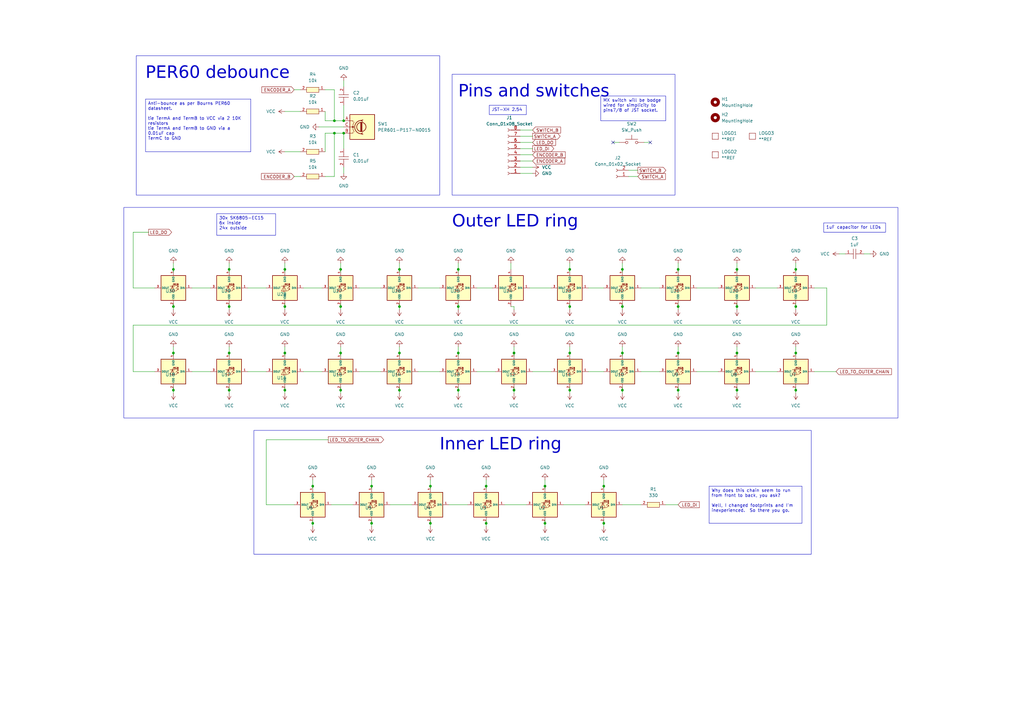
<source format=kicad_sch>
(kicad_sch (version 20230121) (generator eeschema)
  (paper "A3")
  (title_block (title "Ultrafalcon") (rev "v1.0") (company "Author: Crazymittens"))
  (lib_symbols
    (symbol "Connector:Conn_01x02_Socket" (pin_names (offset 1.016) hide)
      (property "Reference" "J" (at 0 2.54 0))
      (property "Value" "Conn_01x02_Socket" (at 0 -5.08 0))
      (symbol "Conn_01x02_Socket_1_1"
        (pin passive line (at -5.08 0 0) (length 3.81) (name "Pin_1") (number "1"))
        (pin passive line (at -5.08 -2.54 0) (length 3.81) (name "Pin_2") (number "2"))
      )
    )
    (symbol "Connector:Conn_01x08_Socket" (pin_names (offset 1.016) hide)
      (property "Reference" "J" (at 0 10.16 0))
      (property "Value" "Conn_01x08_Socket" (at 0 -12.7 0))
      (symbol "Conn_01x08_Socket_1_1"
        (pin passive line (at -5.08 7.62 0) (length 3.81) (name "Pin_1") (number "1"))
        (pin passive line (at -5.08 5.08 0) (length 3.81) (name "Pin_2") (number "2"))
        (pin passive line (at -5.08 2.54 0) (length 3.81) (name "Pin_3") (number "3"))
        (pin passive line (at -5.08 0 0) (length 3.81) (name "Pin_4") (number "4"))
        (pin passive line (at -5.08 -2.54 0) (length 3.81) (name "Pin_5") (number "5"))
        (pin passive line (at -5.08 -5.08 0) (length 3.81) (name "Pin_6") (number "6"))
        (pin passive line (at -5.08 -7.62 0) (length 3.81) (name "Pin_7") (number "7"))
        (pin passive line (at -5.08 -10.16 0) (length 3.81) (name "Pin_8") (number "8"))
      )
    )
    (symbol "Device:RotaryEncoder" (pin_names (offset 0.254) hide)
      (property "Reference" "SW" (at 0 6.604 0))
      (property "Value" "RotaryEncoder" (at 0 -6.604 0))
      (symbol "RotaryEncoder_1_1"
        (pin passive line (at -7.62 2.54 0) (length 2.54) (name "A") (number "A"))
        (pin passive line (at -7.62 -2.54 0) (length 2.54) (name "B") (number "B"))
        (pin passive line (at -7.62 0 0) (length 2.54) (name "C") (number "C"))
      )
    )
    (symbol "Mechanical:MountingHole" (pin_names (offset 1.016))
      (property "Reference" "H" (at 0 5.08 0))
      (property "Value" "MountingHole" (at 0 3.175 0))
    )
    (symbol "Switch:SW_Push" (pin_numbers hide) (pin_names (offset 1.016) hide)
      (property "Reference" "SW" (at 1.27 2.54 0))
      (property "Value" "SW_Push" (at 0 -1.524 0))
      (symbol "SW_Push_0_1"
        (pin passive line (at -5.08 0 0) (length 2.54) (name "1") (number "1"))
        (pin passive line (at 5.08 0 180) (length 2.54) (name "2") (number "2"))
      )
    )
    (symbol "ct-kicad:0603WAF3300T5E" (pin_names hide)
      (property "Reference" "R" (at 0 1.27 0))
      (property "Value" "0603WAF3300T5E" (at 0 -2.54 0))
      (symbol "0603WAF3300T5E_0_1"
        (pin input line (at -5.08 0 0) (length 2.54) (name "1") (number "1"))
        (pin input line (at 5.08 0 180) (length 2.54) (name "2") (number "2"))
      )
    )
    (symbol "ct-kicad:CL05B104KO5NNNC" (pin_names hide)
      (property "Reference" "C" (at 0 1.27 0))
      (property "Value" "CL05B104KO5NNNC" (at 0 -2.54 0))
      (symbol "CL05B104KO5NNNC_0_1"
        (pin input line (at -3.81 0 0) (length 2.54) (name "1") (number "1"))
        (pin input line (at 3.81 0 180) (length 2.54) (name "2") (number "2"))
      )
    )
    (symbol "ct-kicad:SK6805-EC15" (pin_names (offset 0.254))
      (property "Reference" "D3" (at 14.605 5.08 0))
      (property "Value" "SK6805-EC15" (at 0.635 11.43 0))
      (symbol "SK6805-EC15_0_0"
        (text "RGB" (at -1.016 -1.397 0) (effects (font (size 0.762 0.762))))
      )
      (symbol "SK6805-EC15_1_1"
        (pin input line (at -7.62 0 0) (length 2.54) (name "DIN") (number "1"))
        (pin power_in line (at 0 7.62 270) (length 2.54) (name "VDD") (number "2"))
        (pin output line (at 7.62 0 180) (length 2.54) (name "DOUT") (number "3"))
        (pin power_in line (at 0 -7.62 90) (length 2.54) (name "GND") (number "4"))
      )
    )
    (symbol "ct-kicad:awesome-logo" (in_bom no)
      (property "Reference" "LOGO" (at 0 0 0))
      (property "Value" "**REF" (at 0 0 0))
    )
    (symbol "ct-kicad:pcbway-logo" (in_bom no)
      (property "Reference" "LOGO" (at 0 0 0))
      (property "Value" "**REF" (at 0 0 0))
    )
    (symbol "ct-kicad:ultrafalcon-qr" (in_bom no)
      (property "Reference" "LOGO" (at 0 0 0))
      (property "Value" "**REF" (at 0 0 0))
    )
    (symbol "power:GND" (power) (pin_names (offset 0))
      (property "Value" "GND" (at 0 -3.81 0))
      (symbol "GND_1_1"
        (pin power_in line (at 0 0 270) (length 0) hide (name "GND") (number "1"))
      )
    )
    (symbol "power:VCC" (power) (pin_names (offset 0))
      (property "Value" "VCC" (at 0 3.81 0))
      (symbol "VCC_1_1"
        (pin power_in line (at 0 0 90) (length 0) hide (name "VCC") (number "1"))
      )
    )
  )
  (junction (at 152.4 199.39))
  (junction (at 199.39 214.63))
  (junction (at 255.27 160.02))
  (junction (at 116.84 144.78))
  (junction (at 233.68 144.78))
  (junction (at 71.12 144.78))
  (junction (at 187.96 144.78))
  (junction (at 93.98 110.49))
  (junction (at 71.12 125.73))
  (junction (at 302.26 144.78))
  (junction (at 139.7 110.49))
  (junction (at 326.39 144.78))
  (junction (at 139.7 144.78))
  (junction (at 278.13 110.49))
  (junction (at 187.96 110.49))
  (junction (at 163.83 110.49))
  (junction (at 302.26 110.49))
  (junction (at 278.13 125.73))
  (junction (at 139.7 160.02))
  (junction (at 163.83 160.02))
  (junction (at 152.4 214.63))
  (junction (at 199.39 199.39))
  (junction (at 255.27 110.49))
  (junction (at 223.52 214.63))
  (junction (at 128.27 199.39))
  (junction (at 71.12 110.49))
  (junction (at 278.13 160.02))
  (junction (at 302.26 160.02))
  (junction (at 187.96 125.73))
  (junction (at 128.27 214.63))
  (junction (at 116.84 125.73))
  (junction (at 116.84 160.02))
  (junction (at 116.84 110.49))
  (junction (at 176.53 199.39))
  (junction (at 176.53 214.63))
  (junction (at 139.7 125.73))
  (junction (at 137.16 49.53))
  (junction (at 326.39 160.02))
  (junction (at 255.27 144.78))
  (junction (at 71.12 160.02))
  (junction (at 93.98 125.73))
  (junction (at 233.68 160.02))
  (junction (at 233.68 125.73))
  (junction (at 93.98 144.78))
  (junction (at 247.65 199.39))
  (junction (at 163.83 144.78))
  (junction (at 326.39 110.49))
  (junction (at 278.13 144.78))
  (junction (at 223.52 199.39))
  (junction (at 187.96 160.02))
  (junction (at 302.26 125.73))
  (junction (at 140.97 49.53))
  (junction (at 255.27 125.73))
  (junction (at 163.83 125.73))
  (junction (at 140.97 54.61))
  (junction (at 326.39 125.73))
  (junction (at 210.82 144.78))
  (junction (at 210.82 160.02))
  (junction (at 137.16 54.61))
  (junction (at 93.98 160.02))
  (junction (at 247.65 214.63))
  (junction (at 233.68 110.49))
  (no_connect (at 251.46 58.42))
  (no_connect (at 266.7 58.42))
  (wire (pts (xy 133.35 36.83) (xy 137.16 36.83)))
  (wire (pts (xy 187.96 125.73) (xy 187.96 127)))
  (wire (pts (xy 93.98 144.78) (xy 93.98 146.05)))
  (wire (pts (xy 137.16 54.61) (xy 140.97 54.61)))
  (wire (pts (xy 247.65 196.85) (xy 247.65 199.39)))
  (wire (pts (xy 223.52 214.63) (xy 223.52 215.9)))
  (wire (pts (xy 210.82 158.75) (xy 210.82 160.02)))
  (wire (pts (xy 54.61 118.11) (xy 63.5 118.11)))
  (wire (pts (xy 326.39 125.73) (xy 326.39 127)))
  (wire (pts (xy 278.13 125.73) (xy 278.13 127)))
  (wire (pts (xy 133.35 49.53) (xy 137.16 49.53)))
  (wire (pts (xy 139.7 110.49) (xy 139.7 111.76)))
  (wire (pts (xy 152.4 213.36) (xy 152.4 214.63)))
  (wire (pts (xy 285.75 118.11) (xy 294.64 118.11)))
  (wire (pts (xy 71.12 142.24) (xy 71.12 144.78)))
  (wire (pts (xy 273.05 207.01) (xy 278.13 207.01)))
  (wire (pts (xy 60.96 95.25) (xy 54.61 95.25)))
  (wire (pts (xy 251.46 58.42) (xy 254 58.42)))
  (wire (pts (xy 116.84 142.24) (xy 116.84 144.78)))
  (wire (pts (xy 109.22 180.34) (xy 134.62 180.34)))
  (wire (pts (xy 93.98 158.75) (xy 93.98 160.02)))
  (wire (pts (xy 302.26 107.95) (xy 302.26 110.49)))
  (wire (pts (xy 139.7 107.95) (xy 139.7 110.49)))
  (wire (pts (xy 124.46 118.11) (xy 132.08 118.11)))
  (wire (pts (xy 255.27 124.46) (xy 255.27 125.73)))
  (wire (pts (xy 93.98 142.24) (xy 93.98 144.78)))
  (wire (pts (xy 116.84 160.02) (xy 116.84 161.29)))
  (wire (pts (xy 116.84 62.23) (xy 123.19 62.23)))
  (wire (pts (xy 163.83 107.95) (xy 163.83 110.49)))
  (wire (pts (xy 71.12 144.78) (xy 71.12 146.05)))
  (wire (pts (xy 278.13 124.46) (xy 278.13 125.73)))
  (wire (pts (xy 187.96 142.24) (xy 187.96 144.78)))
  (wire (pts (xy 163.83 124.46) (xy 163.83 125.73)))
  (wire (pts (xy 210.82 142.24) (xy 210.82 144.78)))
  (wire (pts (xy 163.83 144.78) (xy 163.83 146.05)))
  (wire (pts (xy 241.3 152.4) (xy 247.65 152.4)))
  (wire (pts (xy 309.88 118.11) (xy 318.77 118.11)))
  (wire (pts (xy 241.3 118.11) (xy 247.65 118.11)))
  (wire (pts (xy 339.09 118.11) (xy 339.09 133.35)))
  (wire (pts (xy 130.81 52.07) (xy 140.97 52.07)))
  (wire (pts (xy 334.01 152.4) (xy 342.9 152.4)))
  (wire (pts (xy 139.7 125.73) (xy 139.7 127)))
  (wire (pts (xy 163.83 160.02) (xy 163.83 161.29)))
  (wire (pts (xy 116.84 107.95) (xy 116.84 110.49)))
  (wire (pts (xy 195.58 152.4) (xy 203.2 152.4)))
  (wire (pts (xy 187.96 110.49) (xy 187.96 111.76)))
  (wire (pts (xy 233.68 125.73) (xy 233.68 127)))
  (wire (pts (xy 326.39 142.24) (xy 326.39 144.78)))
  (wire (pts (xy 278.13 110.49) (xy 278.13 111.76)))
  (wire (pts (xy 326.39 158.75) (xy 326.39 160.02)))
  (wire (pts (xy 302.26 124.46) (xy 302.26 125.73)))
  (wire (pts (xy 187.96 107.95) (xy 187.96 110.49)))
  (wire (pts (xy 120.65 72.39) (xy 123.19 72.39)))
  (wire (pts (xy 326.39 124.46) (xy 326.39 125.73)))
  (wire (pts (xy 223.52 199.39) (xy 223.52 200.66)))
  (wire (pts (xy 213.36 66.04) (xy 218.44 66.04)))
  (wire (pts (xy 147.32 118.11) (xy 156.21 118.11)))
  (wire (pts (xy 213.36 60.96) (xy 218.44 60.96)))
  (wire (pts (xy 128.27 199.39) (xy 128.27 200.66)))
  (wire (pts (xy 152.4 199.39) (xy 152.4 200.66)))
  (wire (pts (xy 218.44 152.4) (xy 226.06 152.4)))
  (wire (pts (xy 93.98 160.02) (xy 93.98 161.29)))
  (wire (pts (xy 354.33 104.14) (xy 356.87 104.14)))
  (wire (pts (xy 116.84 45.72) (xy 123.19 45.72)))
  (wire (pts (xy 262.89 152.4) (xy 270.51 152.4)))
  (wire (pts (xy 262.89 118.11) (xy 270.51 118.11)))
  (wire (pts (xy 133.35 45.72) (xy 133.35 49.53)))
  (wire (pts (xy 163.83 158.75) (xy 163.83 160.02)))
  (wire (pts (xy 213.36 68.58) (xy 218.44 68.58)))
  (wire (pts (xy 124.46 152.4) (xy 132.08 152.4)))
  (wire (pts (xy 176.53 213.36) (xy 176.53 214.63)))
  (wire (pts (xy 54.61 95.25) (xy 54.61 118.11)))
  (wire (pts (xy 101.6 152.4) (xy 109.22 152.4)))
  (wire (pts (xy 176.53 214.63) (xy 176.53 215.9)))
  (wire (pts (xy 326.39 144.78) (xy 326.39 146.05)))
  (wire (pts (xy 139.7 144.78) (xy 139.7 146.05)))
  (wire (pts (xy 223.52 196.85) (xy 223.52 199.39)))
  (wire (pts (xy 139.7 158.75) (xy 139.7 160.02)))
  (wire (pts (xy 152.4 196.85) (xy 152.4 199.39)))
  (wire (pts (xy 78.74 118.11) (xy 86.36 118.11)))
  (wire (pts (xy 247.65 213.36) (xy 247.65 214.63)))
  (wire (pts (xy 187.96 124.46) (xy 187.96 125.73)))
  (wire (pts (xy 176.53 199.39) (xy 176.53 200.66)))
  (wire (pts (xy 264.16 58.42) (xy 266.7 58.42)))
  (wire (pts (xy 93.98 124.46) (xy 93.98 125.73)))
  (wire (pts (xy 207.01 207.01) (xy 215.9 207.01)))
  (wire (pts (xy 128.27 196.85) (xy 128.27 199.39)))
  (wire (pts (xy 302.26 125.73) (xy 302.26 127)))
  (wire (pts (xy 302.26 144.78) (xy 302.26 146.05)))
  (wire (pts (xy 128.27 213.36) (xy 128.27 214.63)))
  (wire (pts (xy 326.39 107.95) (xy 326.39 110.49)))
  (wire (pts (xy 71.12 124.46) (xy 71.12 125.73)))
  (wire (pts (xy 209.55 107.95) (xy 209.55 110.49)))
  (wire (pts (xy 140.97 54.61) (xy 140.97 60.96)))
  (wire (pts (xy 109.22 207.01) (xy 120.65 207.01)))
  (wire (pts (xy 210.82 160.02) (xy 210.82 161.29)))
  (wire (pts (xy 231.14 207.01) (xy 240.03 207.01)))
  (wire (pts (xy 139.7 160.02) (xy 139.7 161.29)))
  (wire (pts (xy 247.65 199.39) (xy 247.65 200.66)))
  (wire (pts (xy 309.88 152.4) (xy 318.77 152.4)))
  (wire (pts (xy 278.13 142.24) (xy 278.13 144.78)))
  (wire (pts (xy 334.01 118.11) (xy 339.09 118.11)))
  (wire (pts (xy 339.09 133.35) (xy 54.61 133.35)))
  (wire (pts (xy 210.82 125.73) (xy 210.82 127)))
  (wire (pts (xy 302.26 142.24) (xy 302.26 144.78)))
  (wire (pts (xy 101.6 118.11) (xy 109.22 118.11)))
  (wire (pts (xy 116.84 158.75) (xy 116.84 160.02)))
  (wire (pts (xy 213.36 55.88) (xy 218.44 55.88)))
  (wire (pts (xy 255.27 107.95) (xy 255.27 110.49)))
  (wire (pts (xy 326.39 160.02) (xy 326.39 161.29)))
  (wire (pts (xy 71.12 110.49) (xy 71.12 111.76)))
  (wire (pts (xy 233.68 107.95) (xy 233.68 110.49)))
  (wire (pts (xy 133.35 54.61) (xy 137.16 54.61)))
  (wire (pts (xy 223.52 213.36) (xy 223.52 214.63)))
  (wire (pts (xy 233.68 158.75) (xy 233.68 160.02)))
  (wire (pts (xy 93.98 107.95) (xy 93.98 110.49)))
  (wire (pts (xy 233.68 124.46) (xy 233.68 125.73)))
  (wire (pts (xy 163.83 125.73) (xy 163.83 127)))
  (wire (pts (xy 71.12 125.73) (xy 71.12 127)))
  (wire (pts (xy 255.27 207.01) (xy 262.89 207.01)))
  (wire (pts (xy 255.27 158.75) (xy 255.27 160.02)))
  (wire (pts (xy 233.68 142.24) (xy 233.68 144.78)))
  (wire (pts (xy 199.39 213.36) (xy 199.39 214.63)))
  (wire (pts (xy 213.36 58.42) (xy 218.44 58.42)))
  (wire (pts (xy 278.13 144.78) (xy 278.13 146.05)))
  (wire (pts (xy 344.17 104.14) (xy 346.71 104.14)))
  (wire (pts (xy 133.35 62.23) (xy 133.35 54.61)))
  (wire (pts (xy 133.35 72.39) (xy 137.16 72.39)))
  (wire (pts (xy 116.84 125.73) (xy 116.84 127)))
  (wire (pts (xy 187.96 158.75) (xy 187.96 160.02)))
  (wire (pts (xy 217.17 118.11) (xy 226.06 118.11)))
  (wire (pts (xy 140.97 43.18) (xy 140.97 49.53)))
  (wire (pts (xy 255.27 142.24) (xy 255.27 144.78)))
  (wire (pts (xy 137.16 49.53) (xy 140.97 49.53)))
  (wire (pts (xy 109.22 180.34) (xy 109.22 207.01)))
  (wire (pts (xy 140.97 68.58) (xy 140.97 71.12)))
  (wire (pts (xy 93.98 125.73) (xy 93.98 127)))
  (wire (pts (xy 257.81 69.85) (xy 261.62 69.85)))
  (wire (pts (xy 233.68 110.49) (xy 233.68 111.76)))
  (wire (pts (xy 139.7 124.46) (xy 139.7 125.73)))
  (wire (pts (xy 255.27 160.02) (xy 255.27 161.29)))
  (wire (pts (xy 213.36 71.12) (xy 218.44 71.12)))
  (wire (pts (xy 71.12 107.95) (xy 71.12 110.49)))
  (wire (pts (xy 171.45 118.11) (xy 180.34 118.11)))
  (wire (pts (xy 187.96 160.02) (xy 187.96 161.29)))
  (wire (pts (xy 152.4 214.63) (xy 152.4 215.9)))
  (wire (pts (xy 213.36 63.5) (xy 218.44 63.5)))
  (wire (pts (xy 278.13 107.95) (xy 278.13 110.49)))
  (wire (pts (xy 233.68 144.78) (xy 233.68 146.05)))
  (wire (pts (xy 247.65 214.63) (xy 247.65 215.9)))
  (wire (pts (xy 184.15 207.01) (xy 191.77 207.01)))
  (wire (pts (xy 176.53 196.85) (xy 176.53 199.39)))
  (wire (pts (xy 233.68 160.02) (xy 233.68 161.29)))
  (wire (pts (xy 160.02 207.01) (xy 168.91 207.01)))
  (wire (pts (xy 210.82 144.78) (xy 210.82 146.05)))
  (wire (pts (xy 147.32 152.4) (xy 156.21 152.4)))
  (wire (pts (xy 137.16 36.83) (xy 137.16 49.53)))
  (wire (pts (xy 255.27 110.49) (xy 255.27 111.76)))
  (wire (pts (xy 140.97 33.02) (xy 140.97 35.56)))
  (wire (pts (xy 302.26 158.75) (xy 302.26 160.02)))
  (wire (pts (xy 209.55 125.73) (xy 210.82 125.73)))
  (wire (pts (xy 135.89 207.01) (xy 144.78 207.01)))
  (wire (pts (xy 78.74 152.4) (xy 86.36 152.4)))
  (wire (pts (xy 278.13 160.02) (xy 278.13 161.29)))
  (wire (pts (xy 128.27 214.63) (xy 128.27 215.9)))
  (wire (pts (xy 163.83 110.49) (xy 163.83 111.76)))
  (wire (pts (xy 163.83 142.24) (xy 163.83 144.78)))
  (wire (pts (xy 171.45 152.4) (xy 180.34 152.4)))
  (wire (pts (xy 116.84 124.46) (xy 116.84 125.73)))
  (wire (pts (xy 278.13 158.75) (xy 278.13 160.02)))
  (wire (pts (xy 120.65 36.83) (xy 123.19 36.83)))
  (wire (pts (xy 302.26 110.49) (xy 302.26 111.76)))
  (wire (pts (xy 255.27 125.73) (xy 255.27 127)))
  (wire (pts (xy 257.81 72.39) (xy 261.62 72.39)))
  (wire (pts (xy 199.39 214.63) (xy 199.39 215.9)))
  (wire (pts (xy 71.12 160.02) (xy 71.12 161.29)))
  (wire (pts (xy 285.75 152.4) (xy 294.64 152.4)))
  (wire (pts (xy 139.7 142.24) (xy 139.7 144.78)))
  (wire (pts (xy 137.16 72.39) (xy 137.16 54.61)))
  (wire (pts (xy 213.36 53.34) (xy 218.44 53.34)))
  (wire (pts (xy 54.61 152.4) (xy 63.5 152.4)))
  (wire (pts (xy 326.39 110.49) (xy 326.39 111.76)))
  (wire (pts (xy 187.96 144.78) (xy 187.96 146.05)))
  (wire (pts (xy 116.84 110.49) (xy 116.84 111.76)))
  (wire (pts (xy 302.26 160.02) (xy 302.26 161.29)))
  (wire (pts (xy 199.39 196.85) (xy 199.39 199.39)))
  (wire (pts (xy 71.12 158.75) (xy 71.12 160.02)))
  (wire (pts (xy 255.27 144.78) (xy 255.27 146.05)))
  (wire (pts (xy 116.84 144.78) (xy 116.84 146.05)))
  (wire (pts (xy 195.58 118.11) (xy 201.93 118.11)))
  (wire (pts (xy 199.39 199.39) (xy 199.39 200.66)))
  (wire (pts (xy 93.98 110.49) (xy 93.98 111.76)))
  (wire (pts (xy 54.61 133.35) (xy 54.61 152.4)))
  (rectangle (start 55.88 22.86) (end 180.34 80.01))
  (rectangle (start 50.8 85.09) (end 368.3 171.45))
  (rectangle (start 185.42 30.48) (end 276.86 80.01))
  (rectangle (start 104.14 176.53) (end 332.74 227.33))
  (text_box "1uF capacitor for LEDs" (at 337.82 91.44 0) (size 25.4 3.81) (effects (font (size 1.27 1.27)) (justify left top)))
  (text_box "Anti-bounce as per Bourns PER60 datasheet.\n\ntie TermA and TermB to VCC via 2 10K resistors\ntie TermA and TermB to GND via a 0.01uF cap\nTermC to GND\n" (at 59.69 40.64 0) (size 43.18 21.59) (effects (font (size 1.27 1.27)) (justify left top)))
  (text_box "MX switch will be bodge wired for simplicity to pins7/8 of JST socket." (at 246.38 39.37 0) (size 26.67 10.16) (effects (font (size 1.27 1.27)) (justify left top)))
  (text_box "Why does this chain seem to run from front to back, you ask?\n\nWell, I changed footprints and I'm inexperienced.  So there you go." (at 290.83 199.39 0) (size 38.1 15.24) (effects (font (size 1.27 1.27)) (justify left top)))
  (text_box "30x SK6805-EC15\n6x inside\n24x outside" (at 88.9 87.63 0) (size 24.13 8.89) (effects (font (size 1.27 1.27)) (justify left top)))
  (text_box "JST-XH 2.54" (at 200.66 43.18 0) (size 15.24 3.81) (effects (font (size 1.27 1.27)) (justify left top)))
  (text "Inner LED ring" (at 180.34 186.69 0) (effects (font (size 5 5)) (justify left bottom)))
  (text "Pins and switches" (at 187.96 41.91 0) (effects (font (size 5 5)) (justify left bottom)))
  (text "PER60 debounce" (at 59.69 34.29 0) (effects (font (size 5 5)) (justify left bottom)))
  (text "Outer LED ring" (at 185.42 95.25 0) (effects (font (size 5 5)) (justify left bottom)))
  (global_label "LED_DI" (shape output) (at 218.44 60.96 0) (property "Intersheetrefs" "${INTERSHEET_REFS}" (effects hide)))
  (global_label "ENCODER_B" (shape input) (at 218.44 63.5 0) (property "Intersheetrefs" "${INTERSHEET_REFS}" (effects hide)))
  (global_label "SWITCH_A" (shape input) (at 261.62 72.39 0) (property "Intersheetrefs" "${INTERSHEET_REFS}" (effects hide)))
  (global_label "ENCODER_B" (shape input) (at 120.65 72.39 180) (property "Intersheetrefs" "${INTERSHEET_REFS}" (effects hide)))
  (global_label "SWITCH_A" (shape output) (at 218.44 55.88 0) (property "Intersheetrefs" "${INTERSHEET_REFS}" (effects hide)))
  (global_label "LED_DI" (shape input) (at 278.13 207.01 0) (property "Intersheetrefs" "${INTERSHEET_REFS}" (effects hide)))
  (global_label "SWITCH_B" (shape output) (at 261.62 69.85 0) (property "Intersheetrefs" "${INTERSHEET_REFS}" (effects hide)))
  (global_label "ENCODER_A" (shape input) (at 218.44 66.04 0) (property "Intersheetrefs" "${INTERSHEET_REFS}" (effects hide)))
  (global_label "SWITCH_B" (shape input) (at 218.44 53.34 0) (property "Intersheetrefs" "${INTERSHEET_REFS}" (effects hide)))
  (global_label "LED_TO_OUTER_CHAIN" (shape input) (at 342.9 152.4 0) (property "Intersheetrefs" "${INTERSHEET_REFS}" (effects hide)))
  (global_label "LED_DO" (shape output) (at 60.96 95.25 0) (property "Intersheetrefs" "${INTERSHEET_REFS}" (effects hide)))
  (global_label "LED_DO" (shape input) (at 218.44 58.42 0) (property "Intersheetrefs" "${INTERSHEET_REFS}" (effects hide)))
  (global_label "ENCODER_A" (shape input) (at 120.65 36.83 180) (property "Intersheetrefs" "${INTERSHEET_REFS}" (effects hide)))
  (global_label "LED_TO_OUTER_CHAIN" (shape output) (at 134.62 180.34 0) (property "Intersheetrefs" "${INTERSHEET_REFS}" (effects hide)))
  (symbol (lib_id "power:VCC") (at 139.7 161.29 180) (unit 1)
    (property "Reference" "#PWR053" (effects hide))
    (property "Value" "VCC" (at 139.7 166.37 0))
  )
  (symbol (lib_id "Device:RotaryEncoder") (at 148.59 52.07 0) (unit 1)
    (property "Reference" "SW1" (at 154.94 50.8 0) (effects (justify left)))
    (property "Value" "PER601-P117-N0015" (at 154.94 53.34 0) (effects (justify left)))
    (property "Footprint" "ct-kicad:PER60" (effects hide))
  )
  (symbol (lib_id "Mechanical:MountingHole") (at 293.37 48.26 0) (unit 1) (in_bom no)
    (property "Reference" "H2" (at 295.91 46.99 0) (effects (justify left)))
    (property "Value" "MountingHole" (at 295.91 49.53 0) (effects (justify left)))
    (property "Footprint" "MountingHole:MountingHole_3.2mm_M3_Pad_Via" (effects hide))
  )
  (symbol (lib_id "ct-kicad:SK6805-EC15") (at 326.39 118.11 180) (unit 1)
    (property "Reference" "U19" (at 325.12 119.38 0))
    (property "Value" "SK6805-EC15" (effects hide))
    (property "Footprint" "ct-kicad:LED_dilemma_SK6805-EC15_1.5x1.5mm_P0.6mm_handsolder" (effects hide))
    (property "Datasheet" "https://datasheet.lcsc.com/lcsc/2108251530_OPSCO-Optoelectronics-SK6805-EC15_C2890035.pdf" (effects hide))
    (property "LCSC" "C2890035" (effects hide))
    (property "MFN" "Dongguan Opsco Optoelectronics" (effects hide))
    (property "MPN" "SK6805-EC15" (effects hide))
    (property "PKG" "SK6805-EC15" (effects hide))
  )
  (symbol (lib_id "ct-kicad:0603WAF3300T5E") (at 128.27 45.72 180) (unit 1)
    (property "Reference" "R2" (at 128.27 39.37 0))
    (property "Value" "10k" (at 128.27 41.91 0))
    (property "Footprint" "ct-kicad:R0603" (effects hide))
    (property "Datasheet" "https://www.mouser.in/datasheet/2/447/PYu_RT_1_to_0_01_RoHS_L_11-1669912.pdf" (effects hide))
    (property "LCSC" "C23138" (effects hide))
  )
  (symbol (lib_id "power:GND") (at 187.96 142.24 180) (unit 1)
    (property "Reference" "#PWR056" (effects hide))
    (property "Value" "GND" (at 187.96 137.16 0))
  )
  (symbol (lib_id "power:GND") (at 326.39 107.95 180) (unit 1)
    (property "Reference" "#PWR032" (effects hide))
    (property "Value" "GND" (at 326.39 102.87 0))
  )
  (symbol (lib_id "Switch:SW_Push") (at 259.08 58.42 0) (unit 1) (in_bom no)
    (property "Reference" "SW2" (at 259.08 50.8 0))
    (property "Value" "SW_Push" (at 259.08 53.34 0))
    (property "Footprint" "ct-kicad:SW_MX_cutout" (effects hide))
  )
  (symbol (lib_id "power:VCC") (at 93.98 161.29 180) (unit 1)
    (property "Reference" "#PWR049" (effects hide))
    (property "Value" "VCC" (at 93.98 166.37 0))
  )
  (symbol (lib_id "ct-kicad:0603WAF3300T5E") (at 128.27 62.23 180) (unit 1)
    (property "Reference" "R3" (at 128.27 55.88 0))
    (property "Value" "10k" (at 128.27 58.42 0))
    (property "Footprint" "ct-kicad:R0603" (effects hide))
    (property "Datasheet" "https://www.mouser.in/datasheet/2/447/PYu_RT_1_to_0_01_RoHS_L_11-1669912.pdf" (effects hide))
    (property "LCSC" "C23138" (effects hide))
  )
  (symbol (lib_id "ct-kicad:SK6805-EC15") (at 163.83 118.11 180) (unit 1)
    (property "Reference" "U26" (at 162.56 119.38 0))
    (property "Value" "SK6805-EC15" (effects hide))
    (property "Footprint" "ct-kicad:LED_dilemma_SK6805-EC15_1.5x1.5mm_P0.6mm_handsolder" (effects hide))
    (property "Datasheet" "https://datasheet.lcsc.com/lcsc/2108251530_OPSCO-Optoelectronics-SK6805-EC15_C2890035.pdf" (effects hide))
    (property "LCSC" "C2890035" (effects hide))
    (property "MFN" "Dongguan Opsco Optoelectronics" (effects hide))
    (property "MPN" "SK6805-EC15" (effects hide))
    (property "PKG" "SK6805-EC15" (effects hide))
  )
  (symbol (lib_id "ct-kicad:SK6805-EC15") (at 176.53 207.01 180) (unit 1)
    (property "Reference" "U4" (at 175.26 208.28 0))
    (property "Value" "SK6805-EC15" (effects hide))
    (property "Footprint" "ct-kicad:LED_dilemma_SK6805-EC15_1.5x1.5mm_P0.6mm_handsolder" (effects hide))
    (property "Datasheet" "https://datasheet.lcsc.com/lcsc/2108251530_OPSCO-Optoelectronics-SK6805-EC15_C2890035.pdf" (effects hide))
    (property "LCSC" "C2890035" (effects hide))
    (property "MFN" "Dongguan Opsco Optoelectronics" (effects hide))
    (property "MPN" "SK6805-EC15" (effects hide))
    (property "PKG" "SK6805-EC15" (effects hide))
  )
  (symbol (lib_id "power:VCC") (at 218.44 68.58 270) (unit 1)
    (property "Reference" "#PWR037" (effects hide))
    (property "Value" "VCC" (at 222.25 68.58 90) (effects (justify left)))
  )
  (symbol (lib_id "ct-kicad:CL05B104KO5NNNC") (at 350.52 104.14 0) (unit 1)
    (property "Reference" "C3" (at 350.52 97.79 0))
    (property "Value" "1uF" (at 350.52 100.33 0))
    (property "Footprint" "ct-kicad:C0402" (effects hide))
    (property "Datasheet" "https://item.szlcsc.com/15869.html" (effects hide))
    (property "LCSC" "C1525" (effects hide))
  )
  (symbol (lib_id "power:GND") (at 128.27 196.85 180) (unit 1)
    (property "Reference" "#PWR018" (effects hide))
    (property "Value" "GND" (at 128.27 191.77 0))
  )
  (symbol (lib_id "power:VCC") (at 199.39 215.9 180) (unit 1)
    (property "Reference" "#PWR039" (effects hide))
    (property "Value" "VCC" (at 199.39 220.98 0))
  )
  (symbol (lib_id "power:VCC") (at 233.68 127 180) (unit 1)
    (property "Reference" "#PWR013" (effects hide))
    (property "Value" "VCC" (at 233.68 132.08 0))
  )
  (symbol (lib_id "power:GND") (at 278.13 142.24 180) (unit 1)
    (property "Reference" "#PWR064" (effects hide))
    (property "Value" "GND" (at 278.13 137.16 0))
  )
  (symbol (lib_id "ct-kicad:SK6805-EC15") (at 255.27 152.4 180) (unit 1)
    (property "Reference" "U10" (at 254 153.67 0))
    (property "Value" "SK6805-EC15" (effects hide))
    (property "Footprint" "ct-kicad:LED_dilemma_SK6805-EC15_1.5x1.5mm_P0.6mm_handsolder" (effects hide))
    (property "Datasheet" "https://datasheet.lcsc.com/lcsc/2108251530_OPSCO-Optoelectronics-SK6805-EC15_C2890035.pdf" (effects hide))
    (property "LCSC" "C2890035" (effects hide))
    (property "MFN" "Dongguan Opsco Optoelectronics" (effects hide))
    (property "MPN" "SK6805-EC15" (effects hide))
    (property "PKG" "SK6805-EC15" (effects hide))
  )
  (symbol (lib_id "power:GND") (at 71.12 142.24 180) (unit 1)
    (property "Reference" "#PWR046" (effects hide))
    (property "Value" "GND" (at 71.12 137.16 0))
  )
  (symbol (lib_id "ct-kicad:SK6805-EC15") (at 278.13 118.11 180) (unit 1)
    (property "Reference" "U21" (at 276.86 119.38 0))
    (property "Value" "SK6805-EC15" (effects hide))
    (property "Footprint" "ct-kicad:LED_dilemma_SK6805-EC15_1.5x1.5mm_P0.6mm_handsolder" (effects hide))
    (property "Datasheet" "https://datasheet.lcsc.com/lcsc/2108251530_OPSCO-Optoelectronics-SK6805-EC15_C2890035.pdf" (effects hide))
    (property "LCSC" "C2890035" (effects hide))
    (property "MFN" "Dongguan Opsco Optoelectronics" (effects hide))
    (property "MPN" "SK6805-EC15" (effects hide))
    (property "PKG" "SK6805-EC15" (effects hide))
  )
  (symbol (lib_id "Connector:Conn_01x02_Socket") (at 252.73 72.39 180) (unit 1) (in_bom no)
    (property "Reference" "J2" (at 253.365 64.77 0))
    (property "Value" "Conn_01x02_Socket" (at 253.365 67.31 0))
    (property "Footprint" "Connector_PinHeader_2.54mm:PinHeader_1x02_P2.54mm_Vertical" (effects hide))
  )
  (symbol (lib_id "ct-kicad:SK6805-EC15") (at 233.68 152.4 180) (unit 1)
    (property "Reference" "U11" (at 232.41 153.67 0))
    (property "Value" "SK6805-EC15" (effects hide))
    (property "Footprint" "ct-kicad:LED_dilemma_SK6805-EC15_1.5x1.5mm_P0.6mm_handsolder" (effects hide))
    (property "Datasheet" "https://datasheet.lcsc.com/lcsc/2108251530_OPSCO-Optoelectronics-SK6805-EC15_C2890035.pdf" (effects hide))
    (property "LCSC" "C2890035" (effects hide))
    (property "MFN" "Dongguan Opsco Optoelectronics" (effects hide))
    (property "MPN" "SK6805-EC15" (effects hide))
    (property "PKG" "SK6805-EC15" (effects hide))
  )
  (symbol (lib_id "power:GND") (at 93.98 107.95 180) (unit 1)
    (property "Reference" "#PWR022" (effects hide))
    (property "Value" "GND" (at 93.98 102.87 0))
  )
  (symbol (lib_id "power:VCC") (at 326.39 127 180) (unit 1)
    (property "Reference" "#PWR017" (effects hide))
    (property "Value" "VCC" (at 326.39 132.08 0))
  )
  (symbol (lib_id "power:GND") (at 139.7 142.24 180) (unit 1)
    (property "Reference" "#PWR052" (effects hide))
    (property "Value" "GND" (at 139.7 137.16 0))
  )
  (symbol (lib_id "power:VCC") (at 302.26 161.29 180) (unit 1)
    (property "Reference" "#PWR067" (effects hide))
    (property "Value" "VCC" (at 302.26 166.37 0))
  )
  (symbol (lib_id "power:GND") (at 163.83 142.24 180) (unit 1)
    (property "Reference" "#PWR054" (effects hide))
    (property "Value" "GND" (at 163.83 137.16 0))
  )
  (symbol (lib_id "power:GND") (at 278.13 107.95 180) (unit 1)
    (property "Reference" "#PWR030" (effects hide))
    (property "Value" "GND" (at 278.13 102.87 0))
  )
  (symbol (lib_id "ct-kicad:0603WAF3300T5E") (at 267.97 207.01 180) (unit 1)
    (property "Reference" "R1" (at 267.97 200.66 0))
    (property "Value" "330" (at 267.97 203.2 0))
    (property "Footprint" "ct-kicad:R0603" (effects hide))
    (property "Datasheet" "https://www.mouser.in/datasheet/2/447/PYu_RT_1_to_0_01_RoHS_L_11-1669912.pdf" (effects hide))
    (property "LCSC" "C23138" (effects hide))
  )
  (symbol (lib_id "power:GND") (at 130.81 52.07 270) (unit 1)
    (property "Reference" "#PWR01" (effects hide))
    (property "Value" "GND" (at 127 52.07 90) (effects (justify right)))
  )
  (symbol (lib_id "power:VCC") (at 93.98 127 180) (unit 1)
    (property "Reference" "#PWR07" (effects hide))
    (property "Value" "VCC" (at 93.98 132.08 0))
  )
  (symbol (lib_id "ct-kicad:CL05B104KO5NNNC") (at 140.97 64.77 270) (unit 1)
    (property "Reference" "C1" (at 144.78 63.5 90) (effects (justify left)))
    (property "Value" "0.01uF" (at 144.78 66.04 90) (effects (justify left)))
    (property "Footprint" "ct-kicad:C0402" (effects hide))
    (property "Datasheet" "https://item.szlcsc.com/15869.html" (effects hide))
    (property "LCSC" "C1525" (effects hide))
  )
  (symbol (lib_id "power:VCC") (at 210.82 161.29 180) (unit 1)
    (property "Reference" "#PWR059" (effects hide))
    (property "Value" "VCC" (at 210.82 166.37 0))
  )
  (symbol (lib_id "power:GND") (at 93.98 142.24 180) (unit 1)
    (property "Reference" "#PWR048" (effects hide))
    (property "Value" "GND" (at 93.98 137.16 0))
  )
  (symbol (lib_id "ct-kicad:SK6805-EC15") (at 223.52 207.01 180) (unit 1)
    (property "Reference" "U2" (at 222.25 208.28 0))
    (property "Value" "SK6805-EC15" (effects hide))
    (property "Footprint" "ct-kicad:LED_dilemma_SK6805-EC15_1.5x1.5mm_P0.6mm_handsolder" (effects hide))
    (property "Datasheet" "https://datasheet.lcsc.com/lcsc/2108251530_OPSCO-Optoelectronics-SK6805-EC15_C2890035.pdf" (effects hide))
    (property "LCSC" "C2890035" (effects hide))
    (property "MFN" "Dongguan Opsco Optoelectronics" (effects hide))
    (property "MPN" "SK6805-EC15" (effects hide))
    (property "PKG" "SK6805-EC15" (effects hide))
  )
  (symbol (lib_id "ct-kicad:SK6805-EC15") (at 128.27 207.01 180) (unit 1)
    (property "Reference" "U6" (at 127 208.28 0))
    (property "Value" "SK6805-EC15" (effects hide))
    (property "Footprint" "ct-kicad:LED_dilemma_SK6805-EC15_1.5x1.5mm_P0.6mm_handsolder" (effects hide))
    (property "Datasheet" "https://datasheet.lcsc.com/lcsc/2108251530_OPSCO-Optoelectronics-SK6805-EC15_C2890035.pdf" (effects hide))
    (property "LCSC" "C2890035" (effects hide))
    (property "MFN" "Dongguan Opsco Optoelectronics" (effects hide))
    (property "MPN" "SK6805-EC15" (effects hide))
    (property "PKG" "SK6805-EC15" (effects hide))
  )
  (symbol (lib_id "power:VCC") (at 302.26 127 180) (unit 1)
    (property "Reference" "#PWR016" (effects hide))
    (property "Value" "VCC" (at 302.26 132.08 0))
  )
  (symbol (lib_id "ct-kicad:SK6805-EC15") (at 255.27 118.11 180) (unit 1)
    (property "Reference" "U22" (at 254 119.38 0))
    (property "Value" "SK6805-EC15" (effects hide))
    (property "Footprint" "ct-kicad:LED_dilemma_SK6805-EC15_1.5x1.5mm_P0.6mm_handsolder" (effects hide))
    (property "Datasheet" "https://datasheet.lcsc.com/lcsc/2108251530_OPSCO-Optoelectronics-SK6805-EC15_C2890035.pdf" (effects hide))
    (property "LCSC" "C2890035" (effects hide))
    (property "MFN" "Dongguan Opsco Optoelectronics" (effects hide))
    (property "MPN" "SK6805-EC15" (effects hide))
    (property "PKG" "SK6805-EC15" (effects hide))
  )
  (symbol (lib_id "power:GND") (at 140.97 33.02 180) (unit 1)
    (property "Reference" "#PWR02" (effects hide))
    (property "Value" "GND" (at 140.97 27.94 0))
  )
  (symbol (lib_id "power:VCC") (at 326.39 161.29 180) (unit 1)
    (property "Reference" "#PWR069" (effects hide))
    (property "Value" "VCC" (at 326.39 166.37 0))
  )
  (symbol (lib_id "ct-kicad:awesome-logo") (at 293.37 55.88 0) (unit 1) (in_bom no)
    (property "Reference" "LOGO1" (at 295.91 54.61 0) (effects (justify left)))
    (property "Value" "**REF" (at 295.91 57.15 0) (effects (justify left)))
    (property "Footprint" "ct-kicad:awesome-logo" (effects hide))
  )
  (symbol (lib_id "power:GND") (at 139.7 107.95 180) (unit 1)
    (property "Reference" "#PWR024" (effects hide))
    (property "Value" "GND" (at 139.7 102.87 0))
  )
  (symbol (lib_id "ct-kicad:SK6805-EC15") (at 93.98 118.11 180) (unit 1)
    (property "Reference" "U29" (at 92.71 119.38 0))
    (property "Value" "SK6805-EC15" (effects hide))
    (property "Footprint" "ct-kicad:LED_dilemma_SK6805-EC15_1.5x1.5mm_P0.6mm_handsolder" (effects hide))
    (property "Datasheet" "https://datasheet.lcsc.com/lcsc/2108251530_OPSCO-Optoelectronics-SK6805-EC15_C2890035.pdf" (effects hide))
    (property "LCSC" "C2890035" (effects hide))
    (property "MFN" "Dongguan Opsco Optoelectronics" (effects hide))
    (property "MPN" "SK6805-EC15" (effects hide))
    (property "PKG" "SK6805-EC15" (effects hide))
  )
  (symbol (lib_id "power:GND") (at 302.26 142.24 180) (unit 1)
    (property "Reference" "#PWR066" (effects hide))
    (property "Value" "GND" (at 302.26 137.16 0))
  )
  (symbol (lib_id "power:GND") (at 210.82 142.24 180) (unit 1)
    (property "Reference" "#PWR058" (effects hide))
    (property "Value" "GND" (at 210.82 137.16 0))
  )
  (symbol (lib_id "power:GND") (at 163.83 107.95 180) (unit 1)
    (property "Reference" "#PWR025" (effects hide))
    (property "Value" "GND" (at 163.83 102.87 0))
  )
  (symbol (lib_id "power:VCC") (at 233.68 161.29 180) (unit 1)
    (property "Reference" "#PWR061" (effects hide))
    (property "Value" "VCC" (at 233.68 166.37 0))
  )
  (symbol (lib_id "power:VCC") (at 344.17 104.14 90) (unit 1)
    (property "Reference" "#PWR045" (effects hide))
    (property "Value" "VCC" (at 340.36 104.14 90) (effects (justify left)))
  )
  (symbol (lib_id "ct-kicad:SK6805-EC15") (at 71.12 118.11 180) (unit 1)
    (property "Reference" "U30" (at 69.85 119.38 0))
    (property "Value" "SK6805-EC15" (effects hide))
    (property "Footprint" "ct-kicad:LED_dilemma_SK6805-EC15_1.5x1.5mm_P0.6mm_handsolder" (effects hide))
    (property "Datasheet" "https://datasheet.lcsc.com/lcsc/2108251530_OPSCO-Optoelectronics-SK6805-EC15_C2890035.pdf" (effects hide))
    (property "LCSC" "C2890035" (effects hide))
    (property "MFN" "Dongguan Opsco Optoelectronics" (effects hide))
    (property "MPN" "SK6805-EC15" (effects hide))
    (property "PKG" "SK6805-EC15" (effects hide))
  )
  (symbol (lib_id "power:VCC") (at 255.27 161.29 180) (unit 1)
    (property "Reference" "#PWR063" (effects hide))
    (property "Value" "VCC" (at 255.27 166.37 0))
  )
  (symbol (lib_id "ct-kicad:pcbway-logo") (at 293.37 63.5 0) (unit 1) (in_bom no)
    (property "Reference" "LOGO2" (at 295.91 62.23 0) (effects (justify left)))
    (property "Value" "**REF" (at 295.91 64.77 0) (effects (justify left)))
    (property "Footprint" "ct-kicad:pcbway-logo-neg40mm" (effects hide))
  )
  (symbol (lib_id "power:VCC") (at 139.7 127 180) (unit 1)
    (property "Reference" "#PWR09" (effects hide))
    (property "Value" "VCC" (at 139.7 132.08 0))
  )
  (symbol (lib_id "power:VCC") (at 152.4 215.9 180) (unit 1)
    (property "Reference" "#PWR033" (effects hide))
    (property "Value" "VCC" (at 152.4 220.98 0))
  )
  (symbol (lib_id "power:VCC") (at 255.27 127 180) (unit 1)
    (property "Reference" "#PWR014" (effects hide))
    (property "Value" "VCC" (at 255.27 132.08 0))
  )
  (symbol (lib_id "ct-kicad:SK6805-EC15") (at 152.4 207.01 180) (unit 1)
    (property "Reference" "U5" (at 151.13 208.28 0))
    (property "Value" "SK6805-EC15" (effects hide))
    (property "Footprint" "ct-kicad:LED_dilemma_SK6805-EC15_1.5x1.5mm_P0.6mm_handsolder" (effects hide))
    (property "Datasheet" "https://datasheet.lcsc.com/lcsc/2108251530_OPSCO-Optoelectronics-SK6805-EC15_C2890035.pdf" (effects hide))
    (property "LCSC" "C2890035" (effects hide))
    (property "MFN" "Dongguan Opsco Optoelectronics" (effects hide))
    (property "MPN" "SK6805-EC15" (effects hide))
    (property "PKG" "SK6805-EC15" (effects hide))
  )
  (symbol (lib_id "power:VCC") (at 116.84 161.29 180) (unit 1)
    (property "Reference" "#PWR051" (effects hide))
    (property "Value" "VCC" (at 116.84 166.37 0))
  )
  (symbol (lib_id "power:VCC") (at 163.83 127 180) (unit 1)
    (property "Reference" "#PWR010" (effects hide))
    (property "Value" "VCC" (at 163.83 132.08 0))
  )
  (symbol (lib_id "ct-kicad:SK6805-EC15") (at 139.7 118.11 180) (unit 1)
    (property "Reference" "U27" (at 138.43 119.38 0))
    (property "Value" "SK6805-EC15" (effects hide))
    (property "Footprint" "ct-kicad:LED_dilemma_SK6805-EC15_1.5x1.5mm_P0.6mm_handsolder" (effects hide))
    (property "Datasheet" "https://datasheet.lcsc.com/lcsc/2108251530_OPSCO-Optoelectronics-SK6805-EC15_C2890035.pdf" (effects hide))
    (property "LCSC" "C2890035" (effects hide))
    (property "MFN" "Dongguan Opsco Optoelectronics" (effects hide))
    (property "MPN" "SK6805-EC15" (effects hide))
    (property "PKG" "SK6805-EC15" (effects hide))
  )
  (symbol (lib_id "power:GND") (at 356.87 104.14 90) (unit 1)
    (property "Reference" "#PWR044" (effects hide))
    (property "Value" "GND" (at 360.68 104.14 90) (effects (justify right)))
  )
  (symbol (lib_id "power:VCC") (at 116.84 62.23 90) (unit 1)
    (property "Reference" "#PWR05" (effects hide))
    (property "Value" "VCC" (at 113.03 62.23 90) (effects (justify left)))
  )
  (symbol (lib_id "power:VCC") (at 247.65 215.9 180) (unit 1)
    (property "Reference" "#PWR043" (effects hide))
    (property "Value" "VCC" (at 247.65 220.98 0))
  )
  (symbol (lib_id "power:GND") (at 255.27 142.24 180) (unit 1)
    (property "Reference" "#PWR062" (effects hide))
    (property "Value" "GND" (at 255.27 137.16 0))
  )
  (symbol (lib_id "power:GND") (at 71.12 107.95 180) (unit 1)
    (property "Reference" "#PWR021" (effects hide))
    (property "Value" "GND" (at 71.12 102.87 0))
  )
  (symbol (lib_id "ct-kicad:SK6805-EC15") (at 116.84 118.11 180) (unit 1)
    (property "Reference" "U28" (at 115.57 120.65 0))
    (property "Value" "SK6805-EC15" (effects hide))
    (property "Footprint" "ct-kicad:LED_dilemma_SK6805-EC15_1.5x1.5mm_P0.6mm_handsolder" (effects hide))
    (property "Datasheet" "https://datasheet.lcsc.com/lcsc/2108251530_OPSCO-Optoelectronics-SK6805-EC15_C2890035.pdf" (effects hide))
    (property "LCSC" "C2890035" (effects hide))
    (property "MFN" "Dongguan Opsco Optoelectronics" (effects hide))
    (property "MPN" "SK6805-EC15" (effects hide))
    (property "PKG" "SK6805-EC15" (effects hide))
  )
  (symbol (lib_id "ct-kicad:SK6805-EC15") (at 187.96 152.4 180) (unit 1)
    (property "Reference" "U13" (at 186.69 153.67 0))
    (property "Value" "SK6805-EC15" (effects hide))
    (property "Footprint" "ct-kicad:LED_dilemma_SK6805-EC15_1.5x1.5mm_P0.6mm_handsolder" (effects hide))
    (property "Datasheet" "https://datasheet.lcsc.com/lcsc/2108251530_OPSCO-Optoelectronics-SK6805-EC15_C2890035.pdf" (effects hide))
    (property "LCSC" "C2890035" (effects hide))
    (property "MFN" "Dongguan Opsco Optoelectronics" (effects hide))
    (property "MPN" "SK6805-EC15" (effects hide))
    (property "PKG" "SK6805-EC15" (effects hide))
  )
  (symbol (lib_id "ct-kicad:CL05B104KO5NNNC") (at 140.97 39.37 90) (unit 1)
    (property "Reference" "C2" (at 144.78 38.1 90) (effects (justify right)))
    (property "Value" "0.01uF" (at 144.78 40.64 90) (effects (justify right)))
    (property "Footprint" "ct-kicad:C0402" (effects hide))
    (property "Datasheet" "https://item.szlcsc.com/15869.html" (effects hide))
    (property "LCSC" "C1525" (effects hide))
  )
  (symbol (lib_id "ct-kicad:SK6805-EC15") (at 71.12 152.4 180) (unit 1)
    (property "Reference" "U18" (at 69.85 153.67 0))
    (property "Value" "SK6805-EC15" (effects hide))
    (property "Footprint" "ct-kicad:LED_dilemma_SK6805-EC15_1.5x1.5mm_P0.6mm_handsolder" (effects hide))
    (property "Datasheet" "https://datasheet.lcsc.com/lcsc/2108251530_OPSCO-Optoelectronics-SK6805-EC15_C2890035.pdf" (effects hide))
    (property "LCSC" "C2890035" (effects hide))
    (property "MFN" "Dongguan Opsco Optoelectronics" (effects hide))
    (property "MPN" "SK6805-EC15" (effects hide))
    (property "PKG" "SK6805-EC15" (effects hide))
  )
  (symbol (lib_id "power:GND") (at 223.52 196.85 180) (unit 1)
    (property "Reference" "#PWR040" (effects hide))
    (property "Value" "GND" (at 223.52 191.77 0))
  )
  (symbol (lib_id "ct-kicad:0603WAF3300T5E") (at 128.27 72.39 180) (unit 1)
    (property "Reference" "R5" (at 128.27 66.04 0))
    (property "Value" "10k" (at 128.27 68.58 0))
    (property "Footprint" "ct-kicad:R0603" (effects hide))
    (property "Datasheet" "https://www.mouser.in/datasheet/2/447/PYu_RT_1_to_0_01_RoHS_L_11-1669912.pdf" (effects hide))
    (property "LCSC" "C23138" (effects hide))
  )
  (symbol (lib_id "power:VCC") (at 71.12 127 180) (unit 1)
    (property "Reference" "#PWR06" (effects hide))
    (property "Value" "VCC" (at 71.12 132.08 0))
  )
  (symbol (lib_id "Connector:Conn_01x08_Socket") (at 208.28 63.5 180) (unit 1) (in_bom no)
    (property "Reference" "J1" (at 208.915 48.26 0))
    (property "Value" "Conn_01x08_Socket" (at 208.915 50.8 0))
    (property "Footprint" "Connector_JST:JST_EH_B8B-EH-A_1x08_P2.50mm_Vertical" (effects hide))
  )
  (symbol (lib_id "power:VCC") (at 187.96 127 180) (unit 1)
    (property "Reference" "#PWR011" (effects hide))
    (property "Value" "VCC" (at 187.96 132.08 0))
  )
  (symbol (lib_id "power:VCC") (at 176.53 215.9 180) (unit 1)
    (property "Reference" "#PWR035" (effects hide))
    (property "Value" "VCC" (at 176.53 220.98 0))
  )
  (symbol (lib_id "power:GND") (at 233.68 107.95 180) (unit 1)
    (property "Reference" "#PWR028" (effects hide))
    (property "Value" "GND" (at 233.68 102.87 0))
  )
  (symbol (lib_id "ct-kicad:SK6805-EC15") (at 187.96 118.11 180) (unit 1)
    (property "Reference" "U25" (at 186.69 119.38 0))
    (property "Value" "SK6805-EC15" (effects hide))
    (property "Footprint" "ct-kicad:LED_dilemma_SK6805-EC15_1.5x1.5mm_P0.6mm_handsolder" (effects hide))
    (property "Datasheet" "https://datasheet.lcsc.com/lcsc/2108251530_OPSCO-Optoelectronics-SK6805-EC15_C2890035.pdf" (effects hide))
    (property "LCSC" "C2890035" (effects hide))
    (property "MFN" "Dongguan Opsco Optoelectronics" (effects hide))
    (property "MPN" "SK6805-EC15" (effects hide))
    (property "PKG" "SK6805-EC15" (effects hide))
  )
  (symbol (lib_id "power:GND") (at 233.68 142.24 180) (unit 1)
    (property "Reference" "#PWR060" (effects hide))
    (property "Value" "GND" (at 233.68 137.16 0))
  )
  (symbol (lib_id "power:VCC") (at 163.83 161.29 180) (unit 1)
    (property "Reference" "#PWR055" (effects hide))
    (property "Value" "VCC" (at 163.83 166.37 0))
  )
  (symbol (lib_id "ct-kicad:SK6805-EC15") (at 326.39 152.4 180) (unit 1)
    (property "Reference" "U7" (at 325.12 153.67 0))
    (property "Value" "SK6805-EC15" (effects hide))
    (property "Footprint" "ct-kicad:LED_dilemma_SK6805-EC15_1.5x1.5mm_P0.6mm_handsolder" (effects hide))
    (property "Datasheet" "https://datasheet.lcsc.com/lcsc/2108251530_OPSCO-Optoelectronics-SK6805-EC15_C2890035.pdf" (effects hide))
    (property "LCSC" "C2890035" (effects hide))
    (property "MFN" "Dongguan Opsco Optoelectronics" (effects hide))
    (property "MPN" "SK6805-EC15" (effects hide))
    (property "PKG" "SK6805-EC15" (effects hide))
  )
  (symbol (lib_id "ct-kicad:0603WAF3300T5E") (at 128.27 36.83 180) (unit 1)
    (property "Reference" "R4" (at 128.27 30.48 0))
    (property "Value" "10k" (at 128.27 33.02 0))
    (property "Footprint" "ct-kicad:R0603" (effects hide))
    (property "Datasheet" "https://www.mouser.in/datasheet/2/447/PYu_RT_1_to_0_01_RoHS_L_11-1669912.pdf" (effects hide))
    (property "LCSC" "C23138" (effects hide))
  )
  (symbol (lib_id "ct-kicad:SK6805-EC15") (at 163.83 152.4 180) (unit 1)
    (property "Reference" "U14" (at 162.56 153.67 0))
    (property "Value" "SK6805-EC15" (effects hide))
    (property "Footprint" "ct-kicad:LED_dilemma_SK6805-EC15_1.5x1.5mm_P0.6mm_handsolder" (effects hide))
    (property "Datasheet" "https://datasheet.lcsc.com/lcsc/2108251530_OPSCO-Optoelectronics-SK6805-EC15_C2890035.pdf" (effects hide))
    (property "LCSC" "C2890035" (effects hide))
    (property "MFN" "Dongguan Opsco Optoelectronics" (effects hide))
    (property "MPN" "SK6805-EC15" (effects hide))
    (property "PKG" "SK6805-EC15" (effects hide))
  )
  (symbol (lib_id "power:VCC") (at 128.27 215.9 180) (unit 1)
    (property "Reference" "#PWR019" (effects hide))
    (property "Value" "VCC" (at 128.27 220.98 0))
  )
  (symbol (lib_id "power:GND") (at 247.65 196.85 180) (unit 1)
    (property "Reference" "#PWR042" (effects hide))
    (property "Value" "GND" (at 247.65 191.77 0))
  )
  (symbol (lib_id "ct-kicad:SK6805-EC15") (at 139.7 152.4 180) (unit 1)
    (property "Reference" "U15" (at 138.43 153.67 0))
    (property "Value" "SK6805-EC15" (effects hide))
    (property "Footprint" "ct-kicad:LED_dilemma_SK6805-EC15_1.5x1.5mm_P0.6mm_handsolder" (effects hide))
    (property "Datasheet" "https://datasheet.lcsc.com/lcsc/2108251530_OPSCO-Optoelectronics-SK6805-EC15_C2890035.pdf" (effects hide))
    (property "LCSC" "C2890035" (effects hide))
    (property "MFN" "Dongguan Opsco Optoelectronics" (effects hide))
    (property "MPN" "SK6805-EC15" (effects hide))
    (property "PKG" "SK6805-EC15" (effects hide))
  )
  (symbol (lib_id "power:GND") (at 116.84 107.95 180) (unit 1)
    (property "Reference" "#PWR023" (effects hide))
    (property "Value" "GND" (at 116.84 102.87 0))
  )
  (symbol (lib_id "ct-kicad:SK6805-EC15") (at 199.39 207.01 180) (unit 1)
    (property "Reference" "U3" (at 198.12 208.28 0))
    (property "Value" "SK6805-EC15" (effects hide))
    (property "Footprint" "ct-kicad:LED_dilemma_SK6805-EC15_1.5x1.5mm_P0.6mm_handsolder" (effects hide))
    (property "Datasheet" "https://datasheet.lcsc.com/lcsc/2108251530_OPSCO-Optoelectronics-SK6805-EC15_C2890035.pdf" (effects hide))
    (property "LCSC" "C2890035" (effects hide))
    (property "MFN" "Dongguan Opsco Optoelectronics" (effects hide))
    (property "MPN" "SK6805-EC15" (effects hide))
    (property "PKG" "SK6805-EC15" (effects hide))
  )
  (symbol (lib_id "ct-kicad:SK6805-EC15") (at 233.68 118.11 180) (unit 1)
    (property "Reference" "U23" (at 232.41 119.38 0))
    (property "Value" "SK6805-EC15" (effects hide))
    (property "Footprint" "ct-kicad:LED_dilemma_SK6805-EC15_1.5x1.5mm_P0.6mm_handsolder" (effects hide))
    (property "Datasheet" "https://datasheet.lcsc.com/lcsc/2108251530_OPSCO-Optoelectronics-SK6805-EC15_C2890035.pdf" (effects hide))
    (property "LCSC" "C2890035" (effects hide))
    (property "MFN" "Dongguan Opsco Optoelectronics" (effects hide))
    (property "MPN" "SK6805-EC15" (effects hide))
    (property "PKG" "SK6805-EC15" (effects hide))
  )
  (symbol (lib_id "power:GND") (at 218.44 71.12 90) (unit 1)
    (property "Reference" "#PWR036" (effects hide))
    (property "Value" "GND" (at 222.25 71.12 90) (effects (justify right)))
  )
  (symbol (lib_id "ct-kicad:SK6805-EC15") (at 302.26 152.4 180) (unit 1)
    (property "Reference" "U8" (at 300.99 153.67 0))
    (property "Value" "SK6805-EC15" (effects hide))
    (property "Footprint" "ct-kicad:LED_dilemma_SK6805-EC15_1.5x1.5mm_P0.6mm_handsolder" (effects hide))
    (property "Datasheet" "https://datasheet.lcsc.com/lcsc/2108251530_OPSCO-Optoelectronics-SK6805-EC15_C2890035.pdf" (effects hide))
    (property "LCSC" "C2890035" (effects hide))
    (property "MFN" "Dongguan Opsco Optoelectronics" (effects hide))
    (property "MPN" "SK6805-EC15" (effects hide))
    (property "PKG" "SK6805-EC15" (effects hide))
  )
  (symbol (lib_id "power:VCC") (at 71.12 161.29 180) (unit 1)
    (property "Reference" "#PWR047" (effects hide))
    (property "Value" "VCC" (at 71.12 166.37 0))
  )
  (symbol (lib_id "Mechanical:MountingHole") (at 293.37 41.91 0) (unit 1) (in_bom no)
    (property "Reference" "H1" (at 295.91 40.64 0) (effects (justify left)))
    (property "Value" "MountingHole" (at 295.91 43.18 0) (effects (justify left)))
    (property "Footprint" "MountingHole:MountingHole_3.2mm_M3_Pad_Via" (effects hide))
  )
  (symbol (lib_id "power:GND") (at 326.39 142.24 180) (unit 1)
    (property "Reference" "#PWR068" (effects hide))
    (property "Value" "GND" (at 326.39 137.16 0))
  )
  (symbol (lib_id "ct-kicad:SK6805-EC15") (at 210.82 152.4 180) (unit 1)
    (property "Reference" "U12" (at 209.55 153.67 0))
    (property "Value" "SK6805-EC15" (effects hide))
    (property "Footprint" "ct-kicad:LED_dilemma_SK6805-EC15_1.5x1.5mm_P0.6mm_handsolder" (effects hide))
    (property "Datasheet" "https://datasheet.lcsc.com/lcsc/2108251530_OPSCO-Optoelectronics-SK6805-EC15_C2890035.pdf" (effects hide))
    (property "LCSC" "C2890035" (effects hide))
    (property "MFN" "Dongguan Opsco Optoelectronics" (effects hide))
    (property "MPN" "SK6805-EC15" (effects hide))
    (property "PKG" "SK6805-EC15" (effects hide))
  )
  (symbol (lib_id "power:GND") (at 176.53 196.85 180) (unit 1)
    (property "Reference" "#PWR034" (effects hide))
    (property "Value" "GND" (at 176.53 191.77 0))
  )
  (symbol (lib_id "power:GND") (at 255.27 107.95 180) (unit 1)
    (property "Reference" "#PWR029" (effects hide))
    (property "Value" "GND" (at 255.27 102.87 0))
  )
  (symbol (lib_id "power:GND") (at 209.55 107.95 180) (unit 1)
    (property "Reference" "#PWR027" (effects hide))
    (property "Value" "GND" (at 209.55 102.87 0))
  )
  (symbol (lib_id "power:GND") (at 199.39 196.85 180) (unit 1)
    (property "Reference" "#PWR038" (effects hide))
    (property "Value" "GND" (at 199.39 191.77 0))
  )
  (symbol (lib_id "ct-kicad:SK6805-EC15") (at 93.98 152.4 180) (unit 1)
    (property "Reference" "U17" (at 92.71 153.67 0))
    (property "Value" "SK6805-EC15" (effects hide))
    (property "Footprint" "ct-kicad:LED_dilemma_SK6805-EC15_1.5x1.5mm_P0.6mm_handsolder" (effects hide))
    (property "Datasheet" "https://datasheet.lcsc.com/lcsc/2108251530_OPSCO-Optoelectronics-SK6805-EC15_C2890035.pdf" (effects hide))
    (property "LCSC" "C2890035" (effects hide))
    (property "MFN" "Dongguan Opsco Optoelectronics" (effects hide))
    (property "MPN" "SK6805-EC15" (effects hide))
    (property "PKG" "SK6805-EC15" (effects hide))
  )
  (symbol (lib_id "power:VCC") (at 278.13 161.29 180) (unit 1)
    (property "Reference" "#PWR065" (effects hide))
    (property "Value" "VCC" (at 278.13 166.37 0))
  )
  (symbol (lib_id "ct-kicad:SK6805-EC15") (at 209.55 118.11 180) (unit 1)
    (property "Reference" "U24" (at 208.28 119.38 0))
    (property "Value" "SK6805-EC15" (effects hide))
    (property "Footprint" "ct-kicad:LED_dilemma_SK6805-EC15_1.5x1.5mm_P0.6mm_handsolder" (effects hide))
    (property "Datasheet" "https://datasheet.lcsc.com/lcsc/2108251530_OPSCO-Optoelectronics-SK6805-EC15_C2890035.pdf" (effects hide))
    (property "LCSC" "C2890035" (effects hide))
    (property "MFN" "Dongguan Opsco Optoelectronics" (effects hide))
    (property "MPN" "SK6805-EC15" (effects hide))
    (property "PKG" "SK6805-EC15" (effects hide))
  )
  (symbol (lib_id "ct-kicad:SK6805-EC15") (at 247.65 207.01 180) (unit 1)
    (property "Reference" "U1" (at 246.38 208.28 0))
    (property "Value" "SK6805-EC15" (effects hide))
    (property "Footprint" "ct-kicad:LED_dilemma_SK6805-EC15_1.5x1.5mm_P0.6mm_handsolder" (effects hide))
    (property "Datasheet" "https://datasheet.lcsc.com/lcsc/2108251530_OPSCO-Optoelectronics-SK6805-EC15_C2890035.pdf" (effects hide))
    (property "LCSC" "C2890035" (effects hide))
    (property "MFN" "Dongguan Opsco Optoelectronics" (effects hide))
    (property "MPN" "SK6805-EC15" (effects hide))
    (property "PKG" "SK6805-EC15" (effects hide))
  )
  (symbol (lib_id "ct-kicad:SK6805-EC15") (at 302.26 118.11 180) (unit 1)
    (property "Reference" "U20" (at 300.99 119.38 0))
    (property "Value" "SK6805-EC15" (effects hide))
    (property "Footprint" "ct-kicad:LED_dilemma_SK6805-EC15_1.5x1.5mm_P0.6mm_handsolder" (effects hide))
    (property "Datasheet" "https://datasheet.lcsc.com/lcsc/2108251530_OPSCO-Optoelectronics-SK6805-EC15_C2890035.pdf" (effects hide))
    (property "LCSC" "C2890035" (effects hide))
    (property "MFN" "Dongguan Opsco Optoelectronics" (effects hide))
    (property "MPN" "SK6805-EC15" (effects hide))
    (property "PKG" "SK6805-EC15" (effects hide))
  )
  (symbol (lib_id "power:GND") (at 152.4 196.85 180) (unit 1)
    (property "Reference" "#PWR020" (effects hide))
    (property "Value" "GND" (at 152.4 191.77 0))
  )
  (symbol (lib_id "power:VCC") (at 116.84 127 180) (unit 1)
    (property "Reference" "#PWR08" (effects hide))
    (property "Value" "VCC" (at 116.84 132.08 0))
  )
  (symbol (lib_id "power:VCC") (at 116.84 45.72 90) (unit 1)
    (property "Reference" "#PWR04" (effects hide))
    (property "Value" "VCC" (at 113.03 45.72 90) (effects (justify left)))
  )
  (symbol (lib_id "ct-kicad:SK6805-EC15") (at 116.84 152.4 180) (unit 1)
    (property "Reference" "U16" (at 115.57 154.94 0))
    (property "Value" "SK6805-EC15" (effects hide))
    (property "Footprint" "ct-kicad:LED_dilemma_SK6805-EC15_1.5x1.5mm_P0.6mm_handsolder" (effects hide))
    (property "Datasheet" "https://datasheet.lcsc.com/lcsc/2108251530_OPSCO-Optoelectronics-SK6805-EC15_C2890035.pdf" (effects hide))
    (property "LCSC" "C2890035" (effects hide))
    (property "MFN" "Dongguan Opsco Optoelectronics" (effects hide))
    (property "MPN" "SK6805-EC15" (effects hide))
    (property "PKG" "SK6805-EC15" (effects hide))
  )
  (symbol (lib_id "power:VCC") (at 223.52 215.9 180) (unit 1)
    (property "Reference" "#PWR041" (effects hide))
    (property "Value" "VCC" (at 223.52 220.98 0))
  )
  (symbol (lib_id "power:VCC") (at 278.13 127 180) (unit 1)
    (property "Reference" "#PWR015" (effects hide))
    (property "Value" "VCC" (at 278.13 132.08 0))
  )
  (symbol (lib_id "power:GND") (at 116.84 142.24 180) (unit 1)
    (property "Reference" "#PWR050" (effects hide))
    (property "Value" "GND" (at 116.84 137.16 0))
  )
  (symbol (lib_id "power:GND") (at 302.26 107.95 180) (unit 1)
    (property "Reference" "#PWR031" (effects hide))
    (property "Value" "GND" (at 302.26 102.87 0))
  )
  (symbol (lib_id "power:VCC") (at 187.96 161.29 180) (unit 1)
    (property "Reference" "#PWR057" (effects hide))
    (property "Value" "VCC" (at 187.96 166.37 0))
  )
  (symbol (lib_id "power:GND") (at 140.97 71.12 0) (unit 1)
    (property "Reference" "#PWR03" (effects hide))
    (property "Value" "GND" (at 140.97 76.2 0))
  )
  (symbol (lib_id "ct-kicad:SK6805-EC15") (at 278.13 152.4 180) (unit 1)
    (property "Reference" "U9" (at 276.86 153.67 0))
    (property "Value" "SK6805-EC15" (effects hide))
    (property "Footprint" "ct-kicad:LED_dilemma_SK6805-EC15_1.5x1.5mm_P0.6mm_handsolder" (effects hide))
    (property "Datasheet" "https://datasheet.lcsc.com/lcsc/2108251530_OPSCO-Optoelectronics-SK6805-EC15_C2890035.pdf" (effects hide))
    (property "LCSC" "C2890035" (effects hide))
    (property "MFN" "Dongguan Opsco Optoelectronics" (effects hide))
    (property "MPN" "SK6805-EC15" (effects hide))
    (property "PKG" "SK6805-EC15" (effects hide))
  )
  (symbol (lib_id "power:GND") (at 187.96 107.95 180) (unit 1)
    (property "Reference" "#PWR026" (effects hide))
    (property "Value" "GND" (at 187.96 102.87 0))
  )
  (symbol (lib_id "ct-kicad:ultrafalcon-qr") (at 308.61 55.88 0) (unit 1) (in_bom no)
    (property "Reference" "LOGO3" (at 311.15 54.61 0) (effects (justify left)))
    (property "Value" "**REF" (at 311.15 57.15 0) (effects (justify left)))
    (property "Footprint" "ct-kicad:ultrafalcon-qr-15mm" (effects hide))
  )
  (symbol (lib_id "power:VCC") (at 210.82 127 180) (unit 1)
    (property "Reference" "#PWR012" (effects hide))
    (property "Value" "VCC" (at 210.82 132.08 0))
  )
)
</source>
